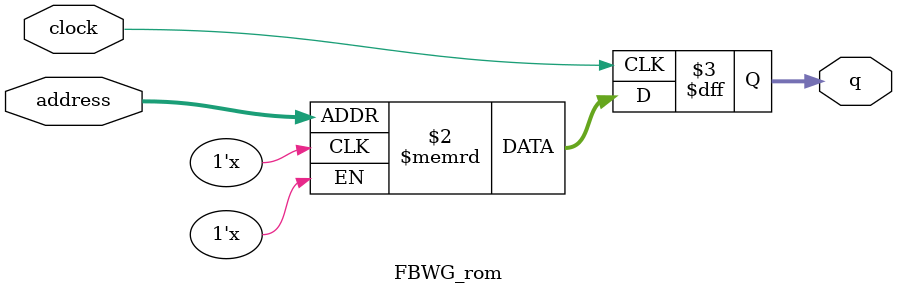
<source format=sv>
module FBWG_rom (
	input logic clock,
	input logic [16:0] address,
	output logic [11:0] q
);

logic [11:0] memory [0:76799] /* synthesis ram_init_file = "./FBWG/FBWG.COE" */;

always_ff @ (posedge clock) begin
	q <= memory[address];
end

endmodule

</source>
